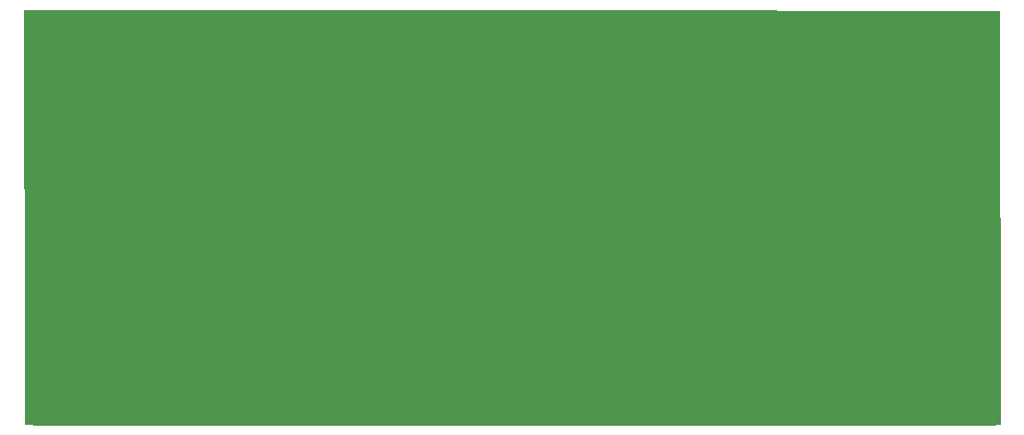
<source format=gbr>
G04 #@! TF.GenerationSoftware,KiCad,Pcbnew,(5.1.2)-1*
G04 #@! TF.CreationDate,2019-05-30T21:03:25-05:00*
G04 #@! TF.ProjectId,color-swatches,636f6c6f-722d-4737-9761-74636865732e,rev?*
G04 #@! TF.SameCoordinates,Original*
G04 #@! TF.FileFunction,Soldermask,Top*
G04 #@! TF.FilePolarity,Negative*
%FSLAX46Y46*%
G04 Gerber Fmt 4.6, Leading zero omitted, Abs format (unit mm)*
G04 Created by KiCad (PCBNEW (5.1.2)-1) date 2019-05-30 21:03:25*
%MOMM*%
%LPD*%
G04 APERTURE LIST*
%ADD10C,0.010000*%
G04 APERTURE END LIST*
D10*
G36*
X1988443Y9080490D02*
G01*
X3790453Y9080461D01*
X5555468Y9080412D01*
X7283371Y9080343D01*
X8974041Y9080255D01*
X10627361Y9080148D01*
X12243211Y9080021D01*
X13821472Y9079875D01*
X15362027Y9079709D01*
X16864755Y9079525D01*
X18329538Y9079321D01*
X19756258Y9079099D01*
X21144795Y9078857D01*
X22495030Y9078596D01*
X23806845Y9078317D01*
X25080121Y9078018D01*
X26314739Y9077701D01*
X27510580Y9077365D01*
X28667526Y9077010D01*
X29785456Y9076637D01*
X30864254Y9076245D01*
X31903799Y9075835D01*
X32903973Y9075406D01*
X33864657Y9074959D01*
X34785733Y9074493D01*
X35667081Y9074009D01*
X36508582Y9073507D01*
X37310118Y9072986D01*
X38071570Y9072448D01*
X38792819Y9071891D01*
X39473746Y9071317D01*
X40114232Y9070724D01*
X40714159Y9070113D01*
X41273408Y9069485D01*
X41791859Y9068839D01*
X42269394Y9068175D01*
X42705895Y9067493D01*
X43101242Y9066794D01*
X43455316Y9066077D01*
X43767998Y9065343D01*
X44039171Y9064591D01*
X44268714Y9063822D01*
X44456510Y9063035D01*
X44602438Y9062231D01*
X44706381Y9061410D01*
X44768220Y9060571D01*
X44787832Y9059780D01*
X44821646Y9025998D01*
X44849477Y8973266D01*
X44849940Y8971955D01*
X44851496Y8946523D01*
X44852997Y8880409D01*
X44854444Y8775265D01*
X44855835Y8632744D01*
X44857172Y8454495D01*
X44858452Y8242172D01*
X44859676Y7997426D01*
X44860845Y7721908D01*
X44861956Y7417271D01*
X44863011Y7085165D01*
X44864009Y6727243D01*
X44864949Y6345156D01*
X44865832Y5940557D01*
X44866656Y5515096D01*
X44867422Y5070425D01*
X44868130Y4608197D01*
X44868779Y4130062D01*
X44869368Y3637673D01*
X44869898Y3132681D01*
X44870369Y2616737D01*
X44870779Y2091495D01*
X44871128Y1558604D01*
X44871418Y1019718D01*
X44871646Y476487D01*
X44871812Y-69437D01*
X44871918Y-616401D01*
X44871961Y-1162755D01*
X44871942Y-1706847D01*
X44871861Y-2247024D01*
X44871717Y-2781636D01*
X44871510Y-3309030D01*
X44871240Y-3827555D01*
X44870906Y-4335559D01*
X44870508Y-4831391D01*
X44870046Y-5313398D01*
X44869520Y-5779929D01*
X44868928Y-6229333D01*
X44868272Y-6659958D01*
X44867550Y-7070151D01*
X44866762Y-7458262D01*
X44865909Y-7822638D01*
X44864989Y-8161629D01*
X44864002Y-8473581D01*
X44862949Y-8756845D01*
X44861828Y-9009766D01*
X44860640Y-9230696D01*
X44859385Y-9417980D01*
X44858061Y-9569968D01*
X44856669Y-9685009D01*
X44855208Y-9761450D01*
X44853678Y-9797639D01*
X44853296Y-9800167D01*
X44850924Y-9852738D01*
X44881865Y-9902414D01*
X44926250Y-9951744D01*
X44931753Y-19332164D01*
X44932202Y-20157730D01*
X44932554Y-20941532D01*
X44932807Y-21684136D01*
X44932962Y-22386110D01*
X44933017Y-23048022D01*
X44932970Y-23670441D01*
X44932822Y-24253934D01*
X44932570Y-24799068D01*
X44932215Y-25306412D01*
X44931753Y-25776534D01*
X44931186Y-26210001D01*
X44930512Y-26607382D01*
X44929729Y-26969244D01*
X44928836Y-27296154D01*
X44927833Y-27588682D01*
X44926719Y-27847395D01*
X44925492Y-28072860D01*
X44924152Y-28265646D01*
X44922697Y-28426320D01*
X44921126Y-28555450D01*
X44919439Y-28653605D01*
X44917634Y-28721351D01*
X44915710Y-28759258D01*
X44914448Y-28768046D01*
X44878564Y-28818693D01*
X44839157Y-28847421D01*
X44825736Y-28848373D01*
X44789463Y-28849302D01*
X44729979Y-28850209D01*
X44646924Y-28851094D01*
X44539940Y-28851957D01*
X44408668Y-28852798D01*
X44252749Y-28853617D01*
X44071824Y-28854416D01*
X43865535Y-28855192D01*
X43633521Y-28855948D01*
X43375425Y-28856683D01*
X43090887Y-28857398D01*
X42779548Y-28858092D01*
X42441050Y-28858765D01*
X42075033Y-28859419D01*
X41681139Y-28860053D01*
X41259009Y-28860667D01*
X40808284Y-28861261D01*
X40328605Y-28861837D01*
X39819612Y-28862393D01*
X39280948Y-28862931D01*
X38712252Y-28863449D01*
X38113167Y-28863949D01*
X37483333Y-28864431D01*
X36822392Y-28864895D01*
X36129984Y-28865341D01*
X35405750Y-28865769D01*
X34649332Y-28866179D01*
X33860371Y-28866572D01*
X33038508Y-28866948D01*
X32183383Y-28867307D01*
X31294638Y-28867650D01*
X30371914Y-28867975D01*
X29414852Y-28868285D01*
X28423093Y-28868578D01*
X27396279Y-28868855D01*
X26334049Y-28869116D01*
X25236046Y-28869362D01*
X24101911Y-28869592D01*
X22931284Y-28869807D01*
X21723806Y-28870007D01*
X20479120Y-28870192D01*
X19196865Y-28870362D01*
X17876682Y-28870518D01*
X16518214Y-28870660D01*
X15121101Y-28870787D01*
X13684983Y-28870901D01*
X12209503Y-28871001D01*
X10694301Y-28871087D01*
X9139018Y-28871160D01*
X7543296Y-28871220D01*
X5906775Y-28871267D01*
X4229096Y-28871302D01*
X2509901Y-28871324D01*
X748831Y-28871333D01*
X255349Y-28871334D01*
X-1405403Y-28871333D01*
X-3024354Y-28871332D01*
X-4602039Y-28871328D01*
X-6138991Y-28871323D01*
X-7635742Y-28871315D01*
X-9092826Y-28871305D01*
X-10510776Y-28871290D01*
X-11890126Y-28871272D01*
X-13231408Y-28871249D01*
X-14535157Y-28871221D01*
X-15801904Y-28871187D01*
X-17032184Y-28871148D01*
X-18226530Y-28871102D01*
X-19385475Y-28871049D01*
X-20509552Y-28870989D01*
X-21599295Y-28870921D01*
X-22655236Y-28870845D01*
X-23677909Y-28870759D01*
X-24667848Y-28870665D01*
X-25625585Y-28870560D01*
X-26551654Y-28870445D01*
X-27446588Y-28870320D01*
X-28310920Y-28870183D01*
X-29145184Y-28870034D01*
X-29949913Y-28869873D01*
X-30725639Y-28869699D01*
X-31472898Y-28869512D01*
X-32192220Y-28869312D01*
X-32884141Y-28869097D01*
X-33549192Y-28868867D01*
X-34187908Y-28868623D01*
X-34800822Y-28868362D01*
X-35388466Y-28868086D01*
X-35951374Y-28867793D01*
X-36490080Y-28867483D01*
X-37005117Y-28867155D01*
X-37497017Y-28866809D01*
X-37966315Y-28866445D01*
X-38413543Y-28866061D01*
X-38839234Y-28865658D01*
X-39243923Y-28865236D01*
X-39628141Y-28864792D01*
X-39992423Y-28864328D01*
X-40337302Y-28863842D01*
X-40663311Y-28863334D01*
X-40970982Y-28862804D01*
X-41260851Y-28862251D01*
X-41533449Y-28861675D01*
X-41789310Y-28861074D01*
X-42028967Y-28860450D01*
X-42252953Y-28859800D01*
X-42461803Y-28859125D01*
X-42656048Y-28858425D01*
X-42836223Y-28857698D01*
X-43002860Y-28856944D01*
X-43156493Y-28856163D01*
X-43297654Y-28855354D01*
X-43426878Y-28854517D01*
X-43544698Y-28853652D01*
X-43651646Y-28852757D01*
X-43748257Y-28851832D01*
X-43835062Y-28850877D01*
X-43912597Y-28849892D01*
X-43981393Y-28848876D01*
X-44041984Y-28847827D01*
X-44094903Y-28846747D01*
X-44140684Y-28845634D01*
X-44179860Y-28844489D01*
X-44212964Y-28843309D01*
X-44240529Y-28842096D01*
X-44263088Y-28840848D01*
X-44281176Y-28839565D01*
X-44295325Y-28838246D01*
X-44306068Y-28836892D01*
X-44313938Y-28835501D01*
X-44319470Y-28834073D01*
X-44323196Y-28832608D01*
X-44325649Y-28831105D01*
X-44325947Y-28830870D01*
X-44375916Y-28790407D01*
X-44381279Y-19346390D01*
X-44381722Y-18585884D01*
X-44382167Y-17866585D01*
X-44382618Y-17187365D01*
X-44383080Y-16547096D01*
X-44383557Y-15944651D01*
X-44384054Y-15378904D01*
X-44384575Y-14848726D01*
X-44385123Y-14352992D01*
X-44385705Y-13890572D01*
X-44386324Y-13460340D01*
X-44386984Y-13061170D01*
X-44387690Y-12691933D01*
X-44388446Y-12351502D01*
X-44389257Y-12038750D01*
X-44390127Y-11752550D01*
X-44391061Y-11491775D01*
X-44392062Y-11255297D01*
X-44393136Y-11041990D01*
X-44394287Y-10850725D01*
X-44395518Y-10680375D01*
X-44396836Y-10529815D01*
X-44398243Y-10397915D01*
X-44399744Y-10283549D01*
X-44401344Y-10185589D01*
X-44403047Y-10102909D01*
X-44404858Y-10034382D01*
X-44406780Y-9978879D01*
X-44408819Y-9935273D01*
X-44410978Y-9902438D01*
X-44413263Y-9879246D01*
X-44415677Y-9864570D01*
X-44418225Y-9857283D01*
X-44418320Y-9857143D01*
X-44420871Y-9850125D01*
X-44423283Y-9835804D01*
X-44425560Y-9813051D01*
X-44427707Y-9780739D01*
X-44429727Y-9737741D01*
X-44431624Y-9682929D01*
X-44433401Y-9615175D01*
X-44435062Y-9533352D01*
X-44436611Y-9436331D01*
X-44438052Y-9322987D01*
X-44439389Y-9192190D01*
X-44440625Y-9042814D01*
X-44441764Y-8873731D01*
X-44442810Y-8683812D01*
X-44443767Y-8471932D01*
X-44444638Y-8236961D01*
X-44445427Y-7977773D01*
X-44446138Y-7693239D01*
X-44446775Y-7382233D01*
X-44447341Y-7043626D01*
X-44447840Y-6676292D01*
X-44448276Y-6279102D01*
X-44448653Y-5850928D01*
X-44448975Y-5390644D01*
X-44449245Y-4897122D01*
X-44449466Y-4369233D01*
X-44449644Y-3805852D01*
X-44449781Y-3205849D01*
X-44449881Y-2568097D01*
X-44449949Y-1891469D01*
X-44449987Y-1174837D01*
X-44450000Y-417074D01*
X-44450000Y9080500D01*
X149558Y9080500D01*
X1988443Y9080490D01*
X1988443Y9080490D01*
G37*
X1988443Y9080490D02*
X3790453Y9080461D01*
X5555468Y9080412D01*
X7283371Y9080343D01*
X8974041Y9080255D01*
X10627361Y9080148D01*
X12243211Y9080021D01*
X13821472Y9079875D01*
X15362027Y9079709D01*
X16864755Y9079525D01*
X18329538Y9079321D01*
X19756258Y9079099D01*
X21144795Y9078857D01*
X22495030Y9078596D01*
X23806845Y9078317D01*
X25080121Y9078018D01*
X26314739Y9077701D01*
X27510580Y9077365D01*
X28667526Y9077010D01*
X29785456Y9076637D01*
X30864254Y9076245D01*
X31903799Y9075835D01*
X32903973Y9075406D01*
X33864657Y9074959D01*
X34785733Y9074493D01*
X35667081Y9074009D01*
X36508582Y9073507D01*
X37310118Y9072986D01*
X38071570Y9072448D01*
X38792819Y9071891D01*
X39473746Y9071317D01*
X40114232Y9070724D01*
X40714159Y9070113D01*
X41273408Y9069485D01*
X41791859Y9068839D01*
X42269394Y9068175D01*
X42705895Y9067493D01*
X43101242Y9066794D01*
X43455316Y9066077D01*
X43767998Y9065343D01*
X44039171Y9064591D01*
X44268714Y9063822D01*
X44456510Y9063035D01*
X44602438Y9062231D01*
X44706381Y9061410D01*
X44768220Y9060571D01*
X44787832Y9059780D01*
X44821646Y9025998D01*
X44849477Y8973266D01*
X44849940Y8971955D01*
X44851496Y8946523D01*
X44852997Y8880409D01*
X44854444Y8775265D01*
X44855835Y8632744D01*
X44857172Y8454495D01*
X44858452Y8242172D01*
X44859676Y7997426D01*
X44860845Y7721908D01*
X44861956Y7417271D01*
X44863011Y7085165D01*
X44864009Y6727243D01*
X44864949Y6345156D01*
X44865832Y5940557D01*
X44866656Y5515096D01*
X44867422Y5070425D01*
X44868130Y4608197D01*
X44868779Y4130062D01*
X44869368Y3637673D01*
X44869898Y3132681D01*
X44870369Y2616737D01*
X44870779Y2091495D01*
X44871128Y1558604D01*
X44871418Y1019718D01*
X44871646Y476487D01*
X44871812Y-69437D01*
X44871918Y-616401D01*
X44871961Y-1162755D01*
X44871942Y-1706847D01*
X44871861Y-2247024D01*
X44871717Y-2781636D01*
X44871510Y-3309030D01*
X44871240Y-3827555D01*
X44870906Y-4335559D01*
X44870508Y-4831391D01*
X44870046Y-5313398D01*
X44869520Y-5779929D01*
X44868928Y-6229333D01*
X44868272Y-6659958D01*
X44867550Y-7070151D01*
X44866762Y-7458262D01*
X44865909Y-7822638D01*
X44864989Y-8161629D01*
X44864002Y-8473581D01*
X44862949Y-8756845D01*
X44861828Y-9009766D01*
X44860640Y-9230696D01*
X44859385Y-9417980D01*
X44858061Y-9569968D01*
X44856669Y-9685009D01*
X44855208Y-9761450D01*
X44853678Y-9797639D01*
X44853296Y-9800167D01*
X44850924Y-9852738D01*
X44881865Y-9902414D01*
X44926250Y-9951744D01*
X44931753Y-19332164D01*
X44932202Y-20157730D01*
X44932554Y-20941532D01*
X44932807Y-21684136D01*
X44932962Y-22386110D01*
X44933017Y-23048022D01*
X44932970Y-23670441D01*
X44932822Y-24253934D01*
X44932570Y-24799068D01*
X44932215Y-25306412D01*
X44931753Y-25776534D01*
X44931186Y-26210001D01*
X44930512Y-26607382D01*
X44929729Y-26969244D01*
X44928836Y-27296154D01*
X44927833Y-27588682D01*
X44926719Y-27847395D01*
X44925492Y-28072860D01*
X44924152Y-28265646D01*
X44922697Y-28426320D01*
X44921126Y-28555450D01*
X44919439Y-28653605D01*
X44917634Y-28721351D01*
X44915710Y-28759258D01*
X44914448Y-28768046D01*
X44878564Y-28818693D01*
X44839157Y-28847421D01*
X44825736Y-28848373D01*
X44789463Y-28849302D01*
X44729979Y-28850209D01*
X44646924Y-28851094D01*
X44539940Y-28851957D01*
X44408668Y-28852798D01*
X44252749Y-28853617D01*
X44071824Y-28854416D01*
X43865535Y-28855192D01*
X43633521Y-28855948D01*
X43375425Y-28856683D01*
X43090887Y-28857398D01*
X42779548Y-28858092D01*
X42441050Y-28858765D01*
X42075033Y-28859419D01*
X41681139Y-28860053D01*
X41259009Y-28860667D01*
X40808284Y-28861261D01*
X40328605Y-28861837D01*
X39819612Y-28862393D01*
X39280948Y-28862931D01*
X38712252Y-28863449D01*
X38113167Y-28863949D01*
X37483333Y-28864431D01*
X36822392Y-28864895D01*
X36129984Y-28865341D01*
X35405750Y-28865769D01*
X34649332Y-28866179D01*
X33860371Y-28866572D01*
X33038508Y-28866948D01*
X32183383Y-28867307D01*
X31294638Y-28867650D01*
X30371914Y-28867975D01*
X29414852Y-28868285D01*
X28423093Y-28868578D01*
X27396279Y-28868855D01*
X26334049Y-28869116D01*
X25236046Y-28869362D01*
X24101911Y-28869592D01*
X22931284Y-28869807D01*
X21723806Y-28870007D01*
X20479120Y-28870192D01*
X19196865Y-28870362D01*
X17876682Y-28870518D01*
X16518214Y-28870660D01*
X15121101Y-28870787D01*
X13684983Y-28870901D01*
X12209503Y-28871001D01*
X10694301Y-28871087D01*
X9139018Y-28871160D01*
X7543296Y-28871220D01*
X5906775Y-28871267D01*
X4229096Y-28871302D01*
X2509901Y-28871324D01*
X748831Y-28871333D01*
X255349Y-28871334D01*
X-1405403Y-28871333D01*
X-3024354Y-28871332D01*
X-4602039Y-28871328D01*
X-6138991Y-28871323D01*
X-7635742Y-28871315D01*
X-9092826Y-28871305D01*
X-10510776Y-28871290D01*
X-11890126Y-28871272D01*
X-13231408Y-28871249D01*
X-14535157Y-28871221D01*
X-15801904Y-28871187D01*
X-17032184Y-28871148D01*
X-18226530Y-28871102D01*
X-19385475Y-28871049D01*
X-20509552Y-28870989D01*
X-21599295Y-28870921D01*
X-22655236Y-28870845D01*
X-23677909Y-28870759D01*
X-24667848Y-28870665D01*
X-25625585Y-28870560D01*
X-26551654Y-28870445D01*
X-27446588Y-28870320D01*
X-28310920Y-28870183D01*
X-29145184Y-28870034D01*
X-29949913Y-28869873D01*
X-30725639Y-28869699D01*
X-31472898Y-28869512D01*
X-32192220Y-28869312D01*
X-32884141Y-28869097D01*
X-33549192Y-28868867D01*
X-34187908Y-28868623D01*
X-34800822Y-28868362D01*
X-35388466Y-28868086D01*
X-35951374Y-28867793D01*
X-36490080Y-28867483D01*
X-37005117Y-28867155D01*
X-37497017Y-28866809D01*
X-37966315Y-28866445D01*
X-38413543Y-28866061D01*
X-38839234Y-28865658D01*
X-39243923Y-28865236D01*
X-39628141Y-28864792D01*
X-39992423Y-28864328D01*
X-40337302Y-28863842D01*
X-40663311Y-28863334D01*
X-40970982Y-28862804D01*
X-41260851Y-28862251D01*
X-41533449Y-28861675D01*
X-41789310Y-28861074D01*
X-42028967Y-28860450D01*
X-42252953Y-28859800D01*
X-42461803Y-28859125D01*
X-42656048Y-28858425D01*
X-42836223Y-28857698D01*
X-43002860Y-28856944D01*
X-43156493Y-28856163D01*
X-43297654Y-28855354D01*
X-43426878Y-28854517D01*
X-43544698Y-28853652D01*
X-43651646Y-28852757D01*
X-43748257Y-28851832D01*
X-43835062Y-28850877D01*
X-43912597Y-28849892D01*
X-43981393Y-28848876D01*
X-44041984Y-28847827D01*
X-44094903Y-28846747D01*
X-44140684Y-28845634D01*
X-44179860Y-28844489D01*
X-44212964Y-28843309D01*
X-44240529Y-28842096D01*
X-44263088Y-28840848D01*
X-44281176Y-28839565D01*
X-44295325Y-28838246D01*
X-44306068Y-28836892D01*
X-44313938Y-28835501D01*
X-44319470Y-28834073D01*
X-44323196Y-28832608D01*
X-44325649Y-28831105D01*
X-44325947Y-28830870D01*
X-44375916Y-28790407D01*
X-44381279Y-19346390D01*
X-44381722Y-18585884D01*
X-44382167Y-17866585D01*
X-44382618Y-17187365D01*
X-44383080Y-16547096D01*
X-44383557Y-15944651D01*
X-44384054Y-15378904D01*
X-44384575Y-14848726D01*
X-44385123Y-14352992D01*
X-44385705Y-13890572D01*
X-44386324Y-13460340D01*
X-44386984Y-13061170D01*
X-44387690Y-12691933D01*
X-44388446Y-12351502D01*
X-44389257Y-12038750D01*
X-44390127Y-11752550D01*
X-44391061Y-11491775D01*
X-44392062Y-11255297D01*
X-44393136Y-11041990D01*
X-44394287Y-10850725D01*
X-44395518Y-10680375D01*
X-44396836Y-10529815D01*
X-44398243Y-10397915D01*
X-44399744Y-10283549D01*
X-44401344Y-10185589D01*
X-44403047Y-10102909D01*
X-44404858Y-10034382D01*
X-44406780Y-9978879D01*
X-44408819Y-9935273D01*
X-44410978Y-9902438D01*
X-44413263Y-9879246D01*
X-44415677Y-9864570D01*
X-44418225Y-9857283D01*
X-44418320Y-9857143D01*
X-44420871Y-9850125D01*
X-44423283Y-9835804D01*
X-44425560Y-9813051D01*
X-44427707Y-9780739D01*
X-44429727Y-9737741D01*
X-44431624Y-9682929D01*
X-44433401Y-9615175D01*
X-44435062Y-9533352D01*
X-44436611Y-9436331D01*
X-44438052Y-9322987D01*
X-44439389Y-9192190D01*
X-44440625Y-9042814D01*
X-44441764Y-8873731D01*
X-44442810Y-8683812D01*
X-44443767Y-8471932D01*
X-44444638Y-8236961D01*
X-44445427Y-7977773D01*
X-44446138Y-7693239D01*
X-44446775Y-7382233D01*
X-44447341Y-7043626D01*
X-44447840Y-6676292D01*
X-44448276Y-6279102D01*
X-44448653Y-5850928D01*
X-44448975Y-5390644D01*
X-44449245Y-4897122D01*
X-44449466Y-4369233D01*
X-44449644Y-3805852D01*
X-44449781Y-3205849D01*
X-44449881Y-2568097D01*
X-44449949Y-1891469D01*
X-44449987Y-1174837D01*
X-44450000Y-417074D01*
X-44450000Y9080500D01*
X149558Y9080500D01*
X1988443Y9080490D01*
M02*

</source>
